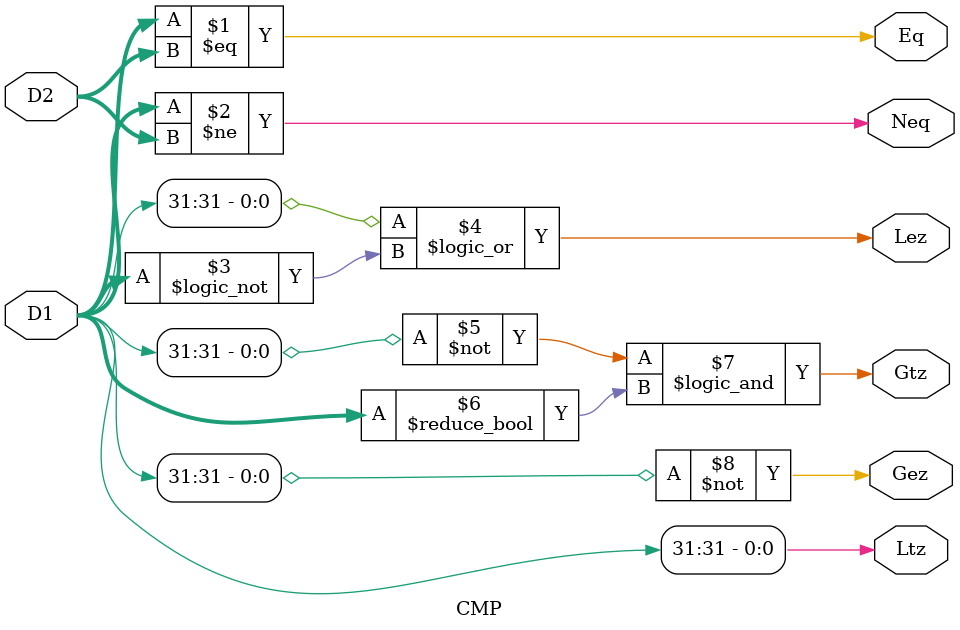
<source format=v>
`timescale 1ns / 1ps
module CMP(
    input [31:0] D1,
    input [31:0] D2,
    output Eq,
	output Neq,
	output Ltz,
	output Lez,
	output Gtz,
	output Gez
    );
	
	assign Eq = (D1 == D2);
	assign Neq = (D1 != D2);
	assign Ltz = (D1[31]);
	assign Lez = (D1[31]||D1 == 32'b0);
	assign Gtz = (~D1[31]&&D1 != 32'b0);
	assign Gez = (~D1[31]);

endmodule

</source>
